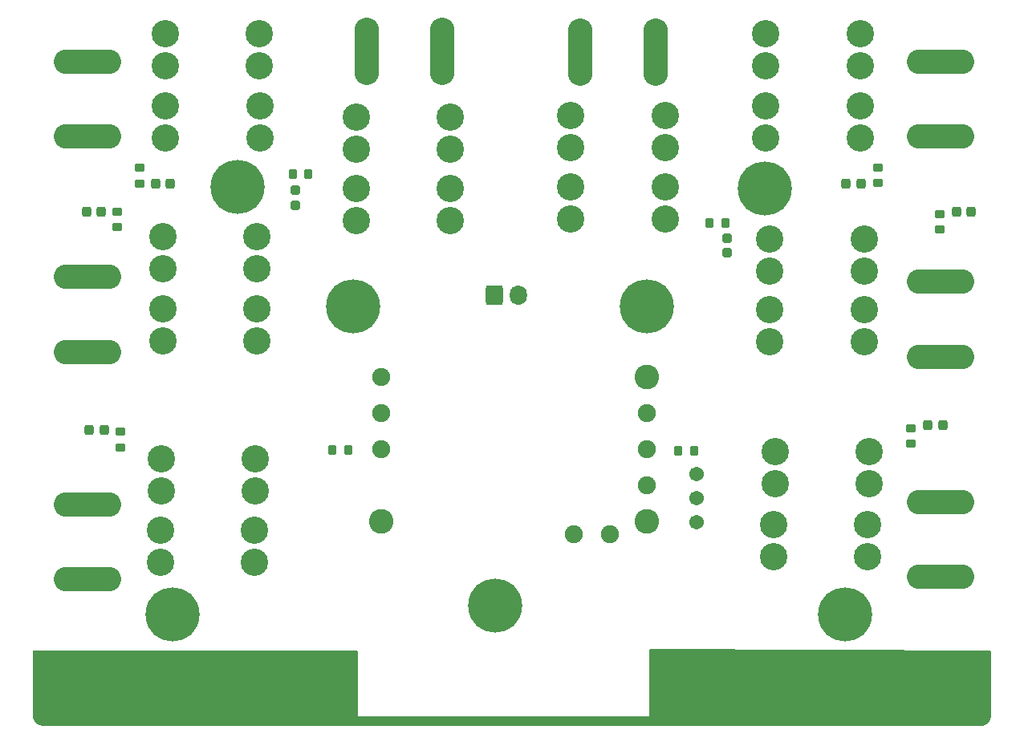
<source format=gts>
G04 #@! TF.GenerationSoftware,KiCad,Pcbnew,(6.0.1)*
G04 #@! TF.CreationDate,2022-02-13T17:33:35-07:00*
G04 #@! TF.ProjectId,MinesRobotics_PDB,4d696e65-7352-46f6-926f-746963735f50,rev?*
G04 #@! TF.SameCoordinates,Original*
G04 #@! TF.FileFunction,Soldermask,Top*
G04 #@! TF.FilePolarity,Negative*
%FSLAX46Y46*%
G04 Gerber Fmt 4.6, Leading zero omitted, Abs format (unit mm)*
G04 Created by KiCad (PCBNEW (6.0.1)) date 2022-02-13 17:33:35*
%MOMM*%
%LPD*%
G01*
G04 APERTURE LIST*
G04 Aperture macros list*
%AMRoundRect*
0 Rectangle with rounded corners*
0 $1 Rounding radius*
0 $2 $3 $4 $5 $6 $7 $8 $9 X,Y pos of 4 corners*
0 Add a 4 corners polygon primitive as box body*
4,1,4,$2,$3,$4,$5,$6,$7,$8,$9,$2,$3,0*
0 Add four circle primitives for the rounded corners*
1,1,$1+$1,$2,$3*
1,1,$1+$1,$4,$5*
1,1,$1+$1,$6,$7*
1,1,$1+$1,$8,$9*
0 Add four rect primitives between the rounded corners*
20,1,$1+$1,$2,$3,$4,$5,0*
20,1,$1+$1,$4,$5,$6,$7,0*
20,1,$1+$1,$6,$7,$8,$9,0*
20,1,$1+$1,$8,$9,$2,$3,0*%
G04 Aperture macros list end*
%ADD10C,2.882000*%
%ADD11C,5.702000*%
%ADD12RoundRect,0.251000X-0.200000X-0.275000X0.200000X-0.275000X0.200000X0.275000X-0.200000X0.275000X0*%
%ADD13RoundRect,0.269750X-0.256250X0.218750X-0.256250X-0.218750X0.256250X-0.218750X0.256250X0.218750X0*%
%ADD14O,7.102000X2.602000*%
%ADD15O,2.602000X7.102000*%
%ADD16RoundRect,0.269750X0.218750X0.256250X-0.218750X0.256250X-0.218750X-0.256250X0.218750X-0.256250X0*%
%ADD17RoundRect,0.251000X-0.275000X0.200000X-0.275000X-0.200000X0.275000X-0.200000X0.275000X0.200000X0*%
%ADD18RoundRect,0.269750X-0.218750X-0.256250X0.218750X-0.256250X0.218750X0.256250X-0.218750X0.256250X0*%
%ADD19RoundRect,0.251000X0.275000X-0.200000X0.275000X0.200000X-0.275000X0.200000X-0.275000X-0.200000X0*%
%ADD20RoundRect,0.251000X0.200000X0.275000X-0.200000X0.275000X-0.200000X-0.275000X0.200000X-0.275000X0*%
%ADD21C,1.902000*%
%ADD22C,2.602000*%
%ADD23C,1.542000*%
%ADD24RoundRect,0.301000X-0.600000X-0.750000X0.600000X-0.750000X0.600000X0.750000X-0.600000X0.750000X0*%
%ADD25O,1.802000X2.102000*%
G04 APERTURE END LIST*
D10*
X159403400Y-108862600D03*
X159403400Y-105462600D03*
X169323400Y-105462600D03*
X169323400Y-108862600D03*
X138042000Y-73200000D03*
X138042000Y-69800000D03*
X147962000Y-69800000D03*
X147962000Y-73200000D03*
X159040000Y-86200000D03*
X159040000Y-82800000D03*
X168960000Y-82800000D03*
X168960000Y-86200000D03*
X104883600Y-75084200D03*
X104883600Y-78484200D03*
X94963600Y-78484200D03*
X94963600Y-75084200D03*
X159555800Y-101191800D03*
X159555800Y-97791800D03*
X169475800Y-97791800D03*
X169475800Y-101191800D03*
X138040000Y-65700000D03*
X138040000Y-62300000D03*
X147960000Y-62300000D03*
X147960000Y-65700000D03*
X159040000Y-78700000D03*
X159040000Y-75300000D03*
X168960000Y-75300000D03*
X168960000Y-78700000D03*
X104883600Y-82729600D03*
X104883600Y-86129600D03*
X94963600Y-86129600D03*
X94963600Y-82729600D03*
X104680400Y-106046800D03*
X104680400Y-109446800D03*
X94760400Y-109446800D03*
X94760400Y-106046800D03*
X125305200Y-69978800D03*
X125305200Y-73378800D03*
X115385200Y-73378800D03*
X115385200Y-69978800D03*
X158616000Y-57072000D03*
X158616000Y-53672000D03*
X168536000Y-53672000D03*
X168536000Y-57072000D03*
X105206800Y-61292000D03*
X105206800Y-64692000D03*
X95286800Y-64692000D03*
X95286800Y-61292000D03*
X104705800Y-98553800D03*
X104705800Y-101953800D03*
X94785800Y-101953800D03*
X94785800Y-98553800D03*
X125305200Y-62460400D03*
X125305200Y-65860400D03*
X115385200Y-65860400D03*
X115385200Y-62460400D03*
X158616000Y-64692000D03*
X158616000Y-61292000D03*
X168536000Y-61292000D03*
X168536000Y-64692000D03*
X105156000Y-53672000D03*
X105156000Y-57072000D03*
X95236000Y-57072000D03*
X95236000Y-53672000D03*
D11*
X102870000Y-69850000D03*
D12*
X108675000Y-68500000D03*
X110325000Y-68500000D03*
D13*
X154500000Y-75212500D03*
X154500000Y-76787500D03*
D14*
X86995000Y-111275000D03*
X86995000Y-103355000D03*
D13*
X109000000Y-70212500D03*
X109000000Y-71787500D03*
D15*
X146962000Y-55626000D03*
X139042000Y-55626000D03*
D16*
X168643000Y-69500000D03*
X167068000Y-69500000D03*
D14*
X86995000Y-56619000D03*
X86995000Y-64539000D03*
D17*
X176960000Y-74341000D03*
X176960000Y-72691000D03*
D16*
X88787500Y-95500000D03*
X87212500Y-95500000D03*
D11*
X158500000Y-70000000D03*
D14*
X177038000Y-79860000D03*
X177038000Y-87780000D03*
D12*
X112895400Y-97636800D03*
X114545400Y-97636800D03*
D18*
X175712500Y-95000000D03*
X177287500Y-95000000D03*
D15*
X124460000Y-55500000D03*
X116540000Y-55500000D03*
D19*
X92561600Y-69461400D03*
X92561600Y-67811400D03*
D20*
X154309000Y-73612400D03*
X152659000Y-73612400D03*
D18*
X94212500Y-69500000D03*
X95787500Y-69500000D03*
D14*
X177038000Y-103101000D03*
X177038000Y-111021000D03*
D16*
X88500000Y-72500000D03*
X86925000Y-72500000D03*
D11*
X146050000Y-82423000D03*
D17*
X173909200Y-95292600D03*
X173909200Y-96942600D03*
D12*
X149365200Y-97713800D03*
X151015200Y-97713800D03*
D18*
X178712500Y-72500000D03*
X180287500Y-72500000D03*
D19*
X170421000Y-69436000D03*
X170421000Y-67786000D03*
D11*
X115062000Y-82423000D03*
D21*
X118029200Y-89910800D03*
X118029200Y-97510800D03*
D22*
X118029200Y-105110800D03*
X146029200Y-105110800D03*
D21*
X146029200Y-101310800D03*
X146029200Y-97510800D03*
X146029200Y-93710800D03*
D22*
X146029200Y-89910800D03*
D21*
X138329200Y-106510800D03*
X142129200Y-106510800D03*
X118029200Y-93710800D03*
D17*
X90125500Y-72437000D03*
X90125500Y-74087000D03*
D23*
X151258200Y-100141800D03*
X151258200Y-102681800D03*
X151258200Y-105221800D03*
D11*
X130048000Y-114046000D03*
X167000000Y-115000000D03*
D14*
X177038000Y-56619000D03*
X177038000Y-64539000D03*
D17*
X90540000Y-97341000D03*
X90540000Y-95691000D03*
D14*
X86995000Y-79352000D03*
X86995000Y-87272000D03*
D11*
X96000000Y-115000000D03*
D24*
X130000000Y-81280000D03*
D25*
X132500000Y-81280000D03*
G36*
X182246444Y-118744558D02*
G01*
X182314494Y-118764800D01*
X182360797Y-118818619D01*
X182372000Y-118870557D01*
X182372000Y-125596813D01*
X182371393Y-125609163D01*
X182351254Y-125813638D01*
X182346435Y-125837864D01*
X182288597Y-126028530D01*
X182279145Y-126051350D01*
X182185220Y-126227072D01*
X182171497Y-126247610D01*
X182045095Y-126401630D01*
X182027630Y-126419095D01*
X181873610Y-126545497D01*
X181853072Y-126559220D01*
X181677350Y-126653145D01*
X181654530Y-126662597D01*
X181463864Y-126720435D01*
X181439638Y-126725254D01*
X181235163Y-126745393D01*
X181222813Y-126746000D01*
X82429187Y-126746000D01*
X82416837Y-126745393D01*
X82212362Y-126725254D01*
X82188136Y-126720435D01*
X81997470Y-126662597D01*
X81974650Y-126653145D01*
X81798928Y-126559220D01*
X81778390Y-126545497D01*
X81624370Y-126419095D01*
X81606905Y-126401630D01*
X81480503Y-126247610D01*
X81466780Y-126227072D01*
X81372855Y-126051350D01*
X81363403Y-126028530D01*
X81305565Y-125837864D01*
X81300746Y-125813638D01*
X81280607Y-125609163D01*
X81280000Y-125596813D01*
X81280000Y-118871000D01*
X81300002Y-118802879D01*
X81353658Y-118756386D01*
X81406000Y-118745000D01*
X115444000Y-118745000D01*
X115512121Y-118765002D01*
X115558614Y-118818658D01*
X115570000Y-118871000D01*
X115570000Y-125711885D01*
X115574475Y-125727124D01*
X115575865Y-125728329D01*
X115583548Y-125730000D01*
X146285885Y-125730000D01*
X146301124Y-125725525D01*
X146302329Y-125724135D01*
X146304000Y-125716452D01*
X146304000Y-118744444D01*
X146324002Y-118676323D01*
X146377658Y-118629830D01*
X146430444Y-118618445D01*
X182246444Y-118744558D01*
G37*
M02*

</source>
